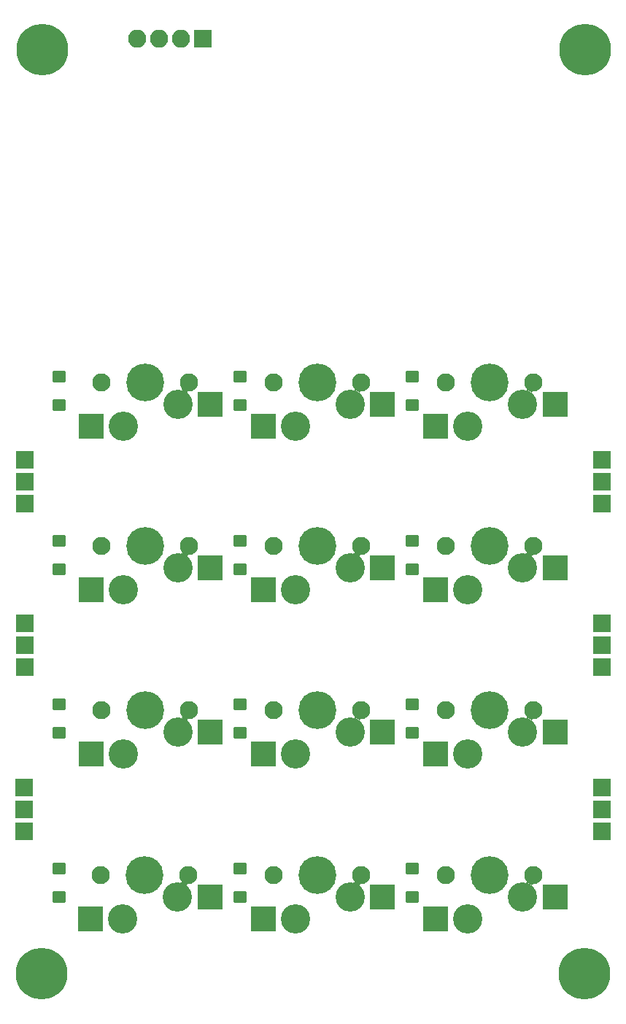
<source format=gbs>
G04 #@! TF.GenerationSoftware,KiCad,Pcbnew,(6.0.7)*
G04 #@! TF.CreationDate,2023-07-18T19:21:53+02:00*
G04 #@! TF.ProjectId,anavi-macro-pad-12,616e6176-692d-46d6-9163-726f2d706164,1.0*
G04 #@! TF.SameCoordinates,Original*
G04 #@! TF.FileFunction,Soldermask,Bot*
G04 #@! TF.FilePolarity,Negative*
%FSLAX46Y46*%
G04 Gerber Fmt 4.6, Leading zero omitted, Abs format (unit mm)*
G04 Created by KiCad (PCBNEW (6.0.7)) date 2023-07-18 19:21:53*
%MOMM*%
%LPD*%
G01*
G04 APERTURE LIST*
G04 Aperture macros list*
%AMRoundRect*
0 Rectangle with rounded corners*
0 $1 Rounding radius*
0 $2 $3 $4 $5 $6 $7 $8 $9 X,Y pos of 4 corners*
0 Add a 4 corners polygon primitive as box body*
4,1,4,$2,$3,$4,$5,$6,$7,$8,$9,$2,$3,0*
0 Add four circle primitives for the rounded corners*
1,1,$1+$1,$2,$3*
1,1,$1+$1,$4,$5*
1,1,$1+$1,$6,$7*
1,1,$1+$1,$8,$9*
0 Add four rect primitives between the rounded corners*
20,1,$1+$1,$2,$3,$4,$5,0*
20,1,$1+$1,$4,$5,$6,$7,0*
20,1,$1+$1,$6,$7,$8,$9,0*
20,1,$1+$1,$8,$9,$2,$3,0*%
G04 Aperture macros list end*
%ADD10C,3.400000*%
%ADD11C,2.101800*%
%ADD12C,4.387800*%
%ADD13RoundRect,0.200000X1.275000X1.250000X-1.275000X1.250000X-1.275000X-1.250000X1.275000X-1.250000X0*%
%ADD14C,6.000000*%
%ADD15RoundRect,0.200000X-0.850000X0.850000X-0.850000X-0.850000X0.850000X-0.850000X0.850000X0.850000X0*%
%ADD16O,2.100000X2.100000*%
%ADD17RoundRect,0.200000X0.600000X-0.450000X0.600000X0.450000X-0.600000X0.450000X-0.600000X-0.450000X0*%
%ADD18RoundRect,0.200000X-0.850000X-0.850000X0.850000X-0.850000X0.850000X0.850000X-0.850000X0.850000X0*%
%ADD19RoundRect,0.200000X0.850000X0.850000X-0.850000X0.850000X-0.850000X-0.850000X0.850000X-0.850000X0*%
G04 APERTURE END LIST*
D10*
X62393266Y-75112866D03*
D11*
X70013266Y-70032866D03*
D10*
X68743266Y-72572866D03*
D12*
X64933266Y-70032866D03*
D11*
X59853266Y-70032866D03*
D13*
X58643266Y-75112866D03*
X72493266Y-72572866D03*
D12*
X84933266Y-70032866D03*
D10*
X82393266Y-75112866D03*
D11*
X79853266Y-70032866D03*
X90013266Y-70032866D03*
D10*
X88743266Y-72572866D03*
D13*
X78643266Y-75112866D03*
X92493266Y-72572866D03*
D11*
X110013266Y-70032866D03*
D12*
X104933266Y-70032866D03*
D10*
X108743266Y-72572866D03*
X102393266Y-75112866D03*
D11*
X99853266Y-70032866D03*
D13*
X98643266Y-75112866D03*
X112493266Y-72572866D03*
D11*
X59853266Y-89032866D03*
X70013266Y-89032866D03*
D10*
X68743266Y-91572866D03*
X62393266Y-94112866D03*
D12*
X64933266Y-89032866D03*
D13*
X58643266Y-94112866D03*
X72493266Y-91572866D03*
D10*
X82393266Y-94112866D03*
X88743266Y-91572866D03*
D11*
X79853266Y-89032866D03*
D12*
X84933266Y-89032866D03*
D11*
X90013266Y-89032866D03*
D13*
X78643266Y-94112866D03*
X92493266Y-91572866D03*
D10*
X102393266Y-94112866D03*
D11*
X110013266Y-89032866D03*
X99853266Y-89032866D03*
D12*
X104933266Y-89032866D03*
D10*
X108743266Y-91572866D03*
D13*
X98643266Y-94112866D03*
X112493266Y-91572866D03*
D10*
X62393266Y-113112866D03*
D11*
X59853266Y-108032866D03*
D12*
X64933266Y-108032866D03*
D10*
X68743266Y-110572866D03*
D11*
X70013266Y-108032866D03*
D13*
X58643266Y-113112866D03*
X72493266Y-110572866D03*
D10*
X88743266Y-110572866D03*
D12*
X84933266Y-108032866D03*
D11*
X90013266Y-108032866D03*
D10*
X82393266Y-113112866D03*
D11*
X79853266Y-108032866D03*
D13*
X78643266Y-113112866D03*
X92493266Y-110572866D03*
D10*
X108743266Y-110572866D03*
D11*
X110013266Y-108032866D03*
D12*
X104933266Y-108032866D03*
D10*
X102393266Y-113112866D03*
D11*
X99853266Y-108032866D03*
D13*
X98643266Y-113112866D03*
X112493266Y-110572866D03*
D14*
X52996866Y-31491666D03*
X115896866Y-138650000D03*
X115996866Y-31491666D03*
X52896866Y-138650000D03*
D12*
X64884200Y-127210000D03*
D10*
X68694200Y-129750000D03*
X62344200Y-132290000D03*
D11*
X59804200Y-127210000D03*
X69964200Y-127210000D03*
D13*
X58594200Y-132290000D03*
X72444200Y-129750000D03*
D12*
X84924800Y-127210000D03*
D11*
X79844800Y-127210000D03*
D10*
X88734800Y-129750000D03*
D11*
X90004800Y-127210000D03*
D10*
X82384800Y-132290000D03*
D13*
X78634800Y-132290000D03*
X92484800Y-129750000D03*
D15*
X71618000Y-30175200D03*
D16*
X69078000Y-30175200D03*
X66538000Y-30175200D03*
X63998000Y-30175200D03*
D10*
X108750000Y-129750000D03*
D12*
X104940000Y-127210000D03*
D10*
X102400000Y-132290000D03*
D11*
X99860000Y-127210000D03*
X110020000Y-127210000D03*
D13*
X98650000Y-132290000D03*
X112500000Y-129750000D03*
D17*
X75936400Y-72713879D03*
X75936400Y-69413879D03*
X95936400Y-72713879D03*
X95936400Y-69413879D03*
X54936400Y-91713879D03*
X54936400Y-88413879D03*
X75936400Y-91713879D03*
X75936400Y-88413879D03*
X95936400Y-91713879D03*
X95936400Y-88413879D03*
X54936400Y-110713879D03*
X54936400Y-107413879D03*
X75936400Y-110713879D03*
X75936400Y-107413879D03*
X95936400Y-110713879D03*
X95936400Y-107413879D03*
D18*
X117933266Y-84072866D03*
X117933266Y-81532866D03*
X117933266Y-78992866D03*
D19*
X50933266Y-97992866D03*
X50933266Y-100532866D03*
X50933266Y-103072866D03*
D18*
X50933266Y-84072866D03*
X50933266Y-81532866D03*
X50933266Y-78992866D03*
D19*
X117933266Y-98032866D03*
X117933266Y-100572866D03*
X117933266Y-103112866D03*
D17*
X54936400Y-72713879D03*
X54936400Y-69413879D03*
D18*
X50875000Y-122130000D03*
X50875000Y-119590000D03*
X50875000Y-117050000D03*
D17*
X54936400Y-129713879D03*
X54936400Y-126413879D03*
X75936400Y-129713879D03*
X75936400Y-126413879D03*
D18*
X117925000Y-122155000D03*
X117925000Y-119615000D03*
X117925000Y-117075000D03*
D17*
X95936400Y-129713879D03*
X95936400Y-126413879D03*
G36*
X89167916Y-127834689D02*
G01*
X89250290Y-127938619D01*
X89406182Y-128071294D01*
X89584879Y-128171165D01*
X89779565Y-128234422D01*
X89935498Y-128253016D01*
X89937099Y-128254214D01*
X89936862Y-128256200D01*
X89935749Y-128256942D01*
X89871317Y-128273143D01*
X89823943Y-128323664D01*
X89811402Y-128391777D01*
X89837763Y-128456065D01*
X89846181Y-128465185D01*
X89846621Y-128467136D01*
X89845151Y-128468493D01*
X89843341Y-128467999D01*
X89803382Y-128430410D01*
X89596601Y-128286960D01*
X89370879Y-128175646D01*
X89131188Y-128098921D01*
X89086299Y-128091610D01*
X89084751Y-128090345D01*
X89085072Y-128088371D01*
X89086373Y-128087651D01*
X89154468Y-128079153D01*
X89207646Y-128034782D01*
X89228393Y-127968705D01*
X89210052Y-127901643D01*
X89205922Y-127895390D01*
X89164716Y-127837085D01*
X89164533Y-127835094D01*
X89166166Y-127833939D01*
X89167916Y-127834689D01*
G37*
G36*
X69127316Y-127834689D02*
G01*
X69209690Y-127938619D01*
X69365582Y-128071294D01*
X69544279Y-128171165D01*
X69738965Y-128234422D01*
X69894898Y-128253016D01*
X69896499Y-128254214D01*
X69896262Y-128256200D01*
X69895149Y-128256942D01*
X69830717Y-128273143D01*
X69783343Y-128323664D01*
X69770802Y-128391777D01*
X69797163Y-128456065D01*
X69805581Y-128465185D01*
X69806021Y-128467136D01*
X69804551Y-128468493D01*
X69802741Y-128467999D01*
X69762782Y-128430410D01*
X69556001Y-128286960D01*
X69330279Y-128175646D01*
X69090588Y-128098921D01*
X69045699Y-128091610D01*
X69044151Y-128090345D01*
X69044472Y-128088371D01*
X69045773Y-128087651D01*
X69113868Y-128079153D01*
X69167046Y-128034782D01*
X69187793Y-127968705D01*
X69169452Y-127901643D01*
X69165322Y-127895390D01*
X69124116Y-127837085D01*
X69123933Y-127835094D01*
X69125566Y-127833939D01*
X69127316Y-127834689D01*
G37*
G36*
X109183116Y-127834689D02*
G01*
X109265490Y-127938619D01*
X109421382Y-128071294D01*
X109600079Y-128171165D01*
X109794765Y-128234422D01*
X109950698Y-128253016D01*
X109952299Y-128254214D01*
X109952062Y-128256200D01*
X109950949Y-128256942D01*
X109886517Y-128273143D01*
X109839143Y-128323664D01*
X109826602Y-128391777D01*
X109852963Y-128456065D01*
X109861381Y-128465185D01*
X109861821Y-128467136D01*
X109860351Y-128468493D01*
X109858541Y-128467999D01*
X109818582Y-128430410D01*
X109611801Y-128286960D01*
X109386079Y-128175646D01*
X109146388Y-128098921D01*
X109101499Y-128091610D01*
X109099951Y-128090345D01*
X109100272Y-128088371D01*
X109101573Y-128087651D01*
X109169668Y-128079153D01*
X109222846Y-128034782D01*
X109243593Y-127968705D01*
X109225252Y-127901643D01*
X109221122Y-127895390D01*
X109179916Y-127837085D01*
X109179733Y-127835094D01*
X109181366Y-127833939D01*
X109183116Y-127834689D01*
G37*
G36*
X69176382Y-108657555D02*
G01*
X69258756Y-108761485D01*
X69414648Y-108894160D01*
X69593345Y-108994031D01*
X69788031Y-109057288D01*
X69943964Y-109075882D01*
X69945565Y-109077080D01*
X69945328Y-109079066D01*
X69944215Y-109079808D01*
X69879783Y-109096009D01*
X69832409Y-109146530D01*
X69819868Y-109214643D01*
X69846229Y-109278931D01*
X69854647Y-109288051D01*
X69855087Y-109290002D01*
X69853617Y-109291359D01*
X69851807Y-109290865D01*
X69811848Y-109253276D01*
X69605067Y-109109826D01*
X69379345Y-108998512D01*
X69139654Y-108921787D01*
X69094765Y-108914476D01*
X69093217Y-108913211D01*
X69093538Y-108911237D01*
X69094839Y-108910517D01*
X69162934Y-108902019D01*
X69216112Y-108857648D01*
X69236859Y-108791571D01*
X69218518Y-108724509D01*
X69214388Y-108718256D01*
X69173182Y-108659951D01*
X69172999Y-108657960D01*
X69174632Y-108656805D01*
X69176382Y-108657555D01*
G37*
G36*
X109176382Y-108657555D02*
G01*
X109258756Y-108761485D01*
X109414648Y-108894160D01*
X109593345Y-108994031D01*
X109788031Y-109057288D01*
X109943964Y-109075882D01*
X109945565Y-109077080D01*
X109945328Y-109079066D01*
X109944215Y-109079808D01*
X109879783Y-109096009D01*
X109832409Y-109146530D01*
X109819868Y-109214643D01*
X109846229Y-109278931D01*
X109854647Y-109288051D01*
X109855087Y-109290002D01*
X109853617Y-109291359D01*
X109851807Y-109290865D01*
X109811848Y-109253276D01*
X109605067Y-109109826D01*
X109379345Y-108998512D01*
X109139654Y-108921787D01*
X109094765Y-108914476D01*
X109093217Y-108913211D01*
X109093538Y-108911237D01*
X109094839Y-108910517D01*
X109162934Y-108902019D01*
X109216112Y-108857648D01*
X109236859Y-108791571D01*
X109218518Y-108724509D01*
X109214388Y-108718256D01*
X109173182Y-108659951D01*
X109172999Y-108657960D01*
X109174632Y-108656805D01*
X109176382Y-108657555D01*
G37*
G36*
X89176382Y-108657555D02*
G01*
X89258756Y-108761485D01*
X89414648Y-108894160D01*
X89593345Y-108994031D01*
X89788031Y-109057288D01*
X89943964Y-109075882D01*
X89945565Y-109077080D01*
X89945328Y-109079066D01*
X89944215Y-109079808D01*
X89879783Y-109096009D01*
X89832409Y-109146530D01*
X89819868Y-109214643D01*
X89846229Y-109278931D01*
X89854647Y-109288051D01*
X89855087Y-109290002D01*
X89853617Y-109291359D01*
X89851807Y-109290865D01*
X89811848Y-109253276D01*
X89605067Y-109109826D01*
X89379345Y-108998512D01*
X89139654Y-108921787D01*
X89094765Y-108914476D01*
X89093217Y-108913211D01*
X89093538Y-108911237D01*
X89094839Y-108910517D01*
X89162934Y-108902019D01*
X89216112Y-108857648D01*
X89236859Y-108791571D01*
X89218518Y-108724509D01*
X89214388Y-108718256D01*
X89173182Y-108659951D01*
X89172999Y-108657960D01*
X89174632Y-108656805D01*
X89176382Y-108657555D01*
G37*
G36*
X109176382Y-89657555D02*
G01*
X109258756Y-89761485D01*
X109414648Y-89894160D01*
X109593345Y-89994031D01*
X109788031Y-90057288D01*
X109943964Y-90075882D01*
X109945565Y-90077080D01*
X109945328Y-90079066D01*
X109944215Y-90079808D01*
X109879783Y-90096009D01*
X109832409Y-90146530D01*
X109819868Y-90214643D01*
X109846229Y-90278931D01*
X109854647Y-90288051D01*
X109855087Y-90290002D01*
X109853617Y-90291359D01*
X109851807Y-90290865D01*
X109811848Y-90253276D01*
X109605067Y-90109826D01*
X109379345Y-89998512D01*
X109139654Y-89921787D01*
X109094765Y-89914476D01*
X109093217Y-89913211D01*
X109093538Y-89911237D01*
X109094839Y-89910517D01*
X109162934Y-89902019D01*
X109216112Y-89857648D01*
X109236859Y-89791571D01*
X109218518Y-89724509D01*
X109214388Y-89718256D01*
X109173182Y-89659951D01*
X109172999Y-89657960D01*
X109174632Y-89656805D01*
X109176382Y-89657555D01*
G37*
G36*
X69176382Y-89657555D02*
G01*
X69258756Y-89761485D01*
X69414648Y-89894160D01*
X69593345Y-89994031D01*
X69788031Y-90057288D01*
X69943964Y-90075882D01*
X69945565Y-90077080D01*
X69945328Y-90079066D01*
X69944215Y-90079808D01*
X69879783Y-90096009D01*
X69832409Y-90146530D01*
X69819868Y-90214643D01*
X69846229Y-90278931D01*
X69854647Y-90288051D01*
X69855087Y-90290002D01*
X69853617Y-90291359D01*
X69851807Y-90290865D01*
X69811848Y-90253276D01*
X69605067Y-90109826D01*
X69379345Y-89998512D01*
X69139654Y-89921787D01*
X69094765Y-89914476D01*
X69093217Y-89913211D01*
X69093538Y-89911237D01*
X69094839Y-89910517D01*
X69162934Y-89902019D01*
X69216112Y-89857648D01*
X69236859Y-89791571D01*
X69218518Y-89724509D01*
X69214388Y-89718256D01*
X69173182Y-89659951D01*
X69172999Y-89657960D01*
X69174632Y-89656805D01*
X69176382Y-89657555D01*
G37*
G36*
X89176382Y-89657555D02*
G01*
X89258756Y-89761485D01*
X89414648Y-89894160D01*
X89593345Y-89994031D01*
X89788031Y-90057288D01*
X89943964Y-90075882D01*
X89945565Y-90077080D01*
X89945328Y-90079066D01*
X89944215Y-90079808D01*
X89879783Y-90096009D01*
X89832409Y-90146530D01*
X89819868Y-90214643D01*
X89846229Y-90278931D01*
X89854647Y-90288051D01*
X89855087Y-90290002D01*
X89853617Y-90291359D01*
X89851807Y-90290865D01*
X89811848Y-90253276D01*
X89605067Y-90109826D01*
X89379345Y-89998512D01*
X89139654Y-89921787D01*
X89094765Y-89914476D01*
X89093217Y-89913211D01*
X89093538Y-89911237D01*
X89094839Y-89910517D01*
X89162934Y-89902019D01*
X89216112Y-89857648D01*
X89236859Y-89791571D01*
X89218518Y-89724509D01*
X89214388Y-89718256D01*
X89173182Y-89659951D01*
X89172999Y-89657960D01*
X89174632Y-89656805D01*
X89176382Y-89657555D01*
G37*
G36*
X69176382Y-70657555D02*
G01*
X69258756Y-70761485D01*
X69414648Y-70894160D01*
X69593345Y-70994031D01*
X69788031Y-71057288D01*
X69943964Y-71075882D01*
X69945565Y-71077080D01*
X69945328Y-71079066D01*
X69944215Y-71079808D01*
X69879783Y-71096009D01*
X69832409Y-71146530D01*
X69819868Y-71214643D01*
X69846229Y-71278931D01*
X69854647Y-71288051D01*
X69855087Y-71290002D01*
X69853617Y-71291359D01*
X69851807Y-71290865D01*
X69811848Y-71253276D01*
X69605067Y-71109826D01*
X69379345Y-70998512D01*
X69139654Y-70921787D01*
X69094765Y-70914476D01*
X69093217Y-70913211D01*
X69093538Y-70911237D01*
X69094839Y-70910517D01*
X69162934Y-70902019D01*
X69216112Y-70857648D01*
X69236859Y-70791571D01*
X69218518Y-70724509D01*
X69214388Y-70718256D01*
X69173182Y-70659951D01*
X69172999Y-70657960D01*
X69174632Y-70656805D01*
X69176382Y-70657555D01*
G37*
G36*
X109176382Y-70657555D02*
G01*
X109258756Y-70761485D01*
X109414648Y-70894160D01*
X109593345Y-70994031D01*
X109788031Y-71057288D01*
X109943964Y-71075882D01*
X109945565Y-71077080D01*
X109945328Y-71079066D01*
X109944215Y-71079808D01*
X109879783Y-71096009D01*
X109832409Y-71146530D01*
X109819868Y-71214643D01*
X109846229Y-71278931D01*
X109854647Y-71288051D01*
X109855087Y-71290002D01*
X109853617Y-71291359D01*
X109851807Y-71290865D01*
X109811848Y-71253276D01*
X109605067Y-71109826D01*
X109379345Y-70998512D01*
X109139654Y-70921787D01*
X109094765Y-70914476D01*
X109093217Y-70913211D01*
X109093538Y-70911237D01*
X109094839Y-70910517D01*
X109162934Y-70902019D01*
X109216112Y-70857648D01*
X109236859Y-70791571D01*
X109218518Y-70724509D01*
X109214388Y-70718256D01*
X109173182Y-70659951D01*
X109172999Y-70657960D01*
X109174632Y-70656805D01*
X109176382Y-70657555D01*
G37*
G36*
X89176382Y-70657555D02*
G01*
X89258756Y-70761485D01*
X89414648Y-70894160D01*
X89593345Y-70994031D01*
X89788031Y-71057288D01*
X89943964Y-71075882D01*
X89945565Y-71077080D01*
X89945328Y-71079066D01*
X89944215Y-71079808D01*
X89879783Y-71096009D01*
X89832409Y-71146530D01*
X89819868Y-71214643D01*
X89846229Y-71278931D01*
X89854647Y-71288051D01*
X89855087Y-71290002D01*
X89853617Y-71291359D01*
X89851807Y-71290865D01*
X89811848Y-71253276D01*
X89605067Y-71109826D01*
X89379345Y-70998512D01*
X89139654Y-70921787D01*
X89094765Y-70914476D01*
X89093217Y-70913211D01*
X89093538Y-70911237D01*
X89094839Y-70910517D01*
X89162934Y-70902019D01*
X89216112Y-70857648D01*
X89236859Y-70791571D01*
X89218518Y-70724509D01*
X89214388Y-70718256D01*
X89173182Y-70659951D01*
X89172999Y-70657960D01*
X89174632Y-70656805D01*
X89176382Y-70657555D01*
G37*
M02*

</source>
